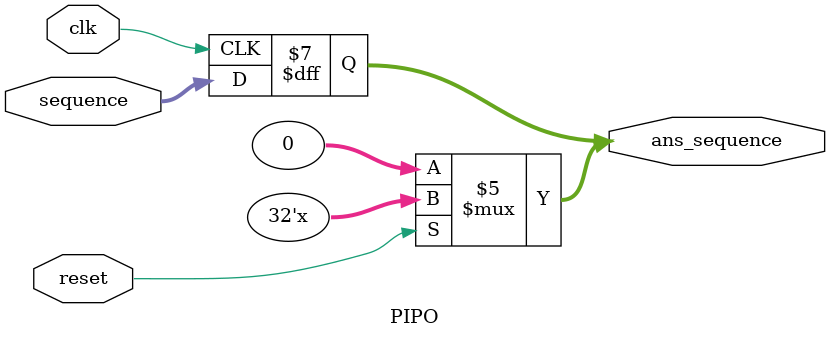
<source format=v>
module PIPO (
    ans_sequence,sequence,clk,reset
);
    input [31:0] sequence;
    input clk;
    input reset;
    output reg [31:0] ans_sequence;

    always @(reset) begin
        if(!reset)
        begin
         ans_sequence = 32'b0;   
        end
    end
        always @(posedge clk) begin
            ans_sequence [31:0] <= sequence[31:0];
        end
    
endmodule
</source>
